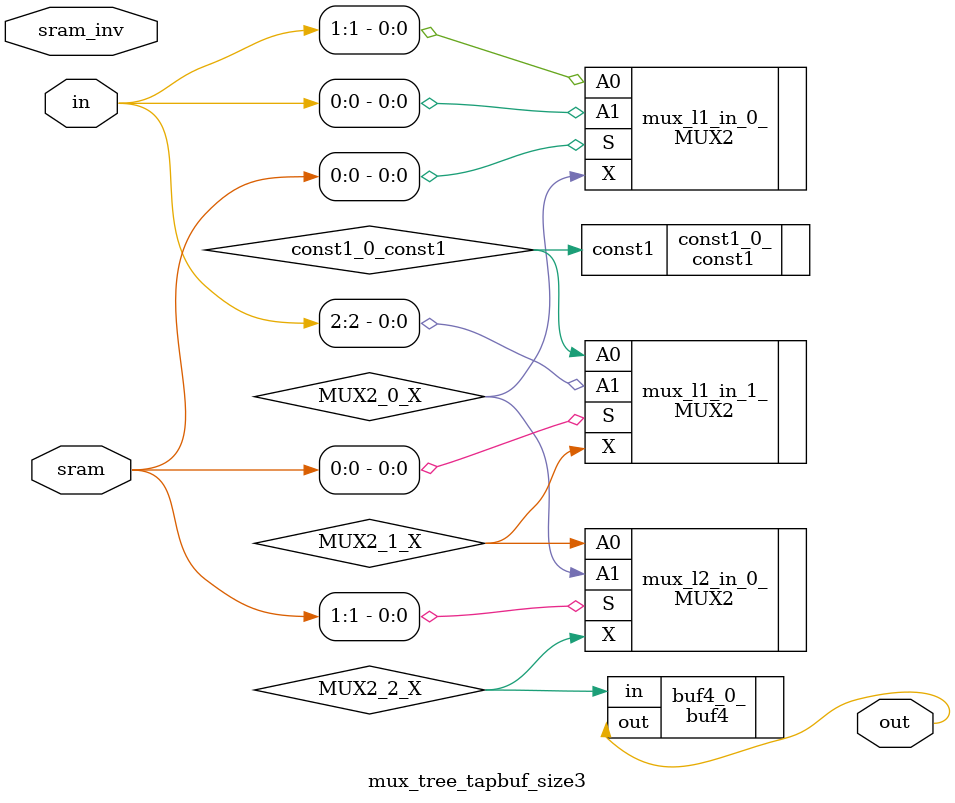
<source format=v>
/*verilator tracing_off*/
// ----- END Verilog module for mux_tree_tapbuf_size22 -----

//----- Default net type -----
`default_nettype wire




//----- Default net type -----
`default_nettype wire

// ----- Verilog module for mux_tree_tapbuf_size3 -----
module mux_tree_tapbuf_size3(in,
                             sram,
                             sram_inv,
                             out);
//----- INPUT PORTS -----
input [0:2] in;
//----- INPUT PORTS -----
input [0:1] sram;
//----- INPUT PORTS -----
input [0:1] sram_inv;
//----- OUTPUT PORTS -----
output [0:0] out;

//----- BEGIN wire-connection ports -----
//----- END wire-connection ports -----


//----- BEGIN Registered ports -----
//----- END Registered ports -----


wire [0:0] MUX2_0_X;
wire [0:0] MUX2_1_X;
wire [0:0] MUX2_2_X;
wire [0:0] const1_0_const1;

// ----- BEGIN Local short connections -----
// ----- END Local short connections -----
// ----- BEGIN Local output short connections -----
// ----- END Local output short connections -----

	const1 const1_0_ (
		.const1(const1_0_const1));

	buf4 buf4_0_ (
		.in(MUX2_2_X),
		.out(out));

	MUX2 mux_l1_in_0_ (
		.A1(in[0]),
		.A0(in[1]),
		.S(sram[0]),
		.X(MUX2_0_X));

	MUX2 mux_l1_in_1_ (
		.A1(in[2]),
		.A0(const1_0_const1),
		.S(sram[0]),
		.X(MUX2_1_X));

	MUX2 mux_l2_in_0_ (
		.A1(MUX2_0_X),
		.A0(MUX2_1_X),
		.S(sram[1]),
		.X(MUX2_2_X));

endmodule

</source>
